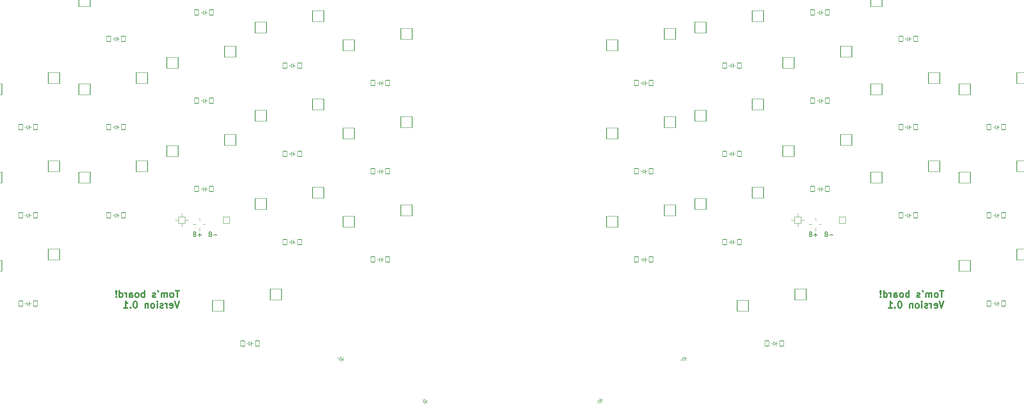
<source format=gbo>
%TF.GenerationSoftware,KiCad,Pcbnew,8.0.1*%
%TF.CreationDate,2024-04-22T06:21:47+12:00*%
%TF.ProjectId,main routed,6d61696e-2072-46f7-9574-65642e6b6963,v1.0.0*%
%TF.SameCoordinates,Original*%
%TF.FileFunction,Legend,Bot*%
%TF.FilePolarity,Positive*%
%FSLAX46Y46*%
G04 Gerber Fmt 4.6, Leading zero omitted, Abs format (unit mm)*
G04 Created by KiCad (PCBNEW 8.0.1) date 2024-04-22 06:21:47*
%MOMM*%
%LPD*%
G01*
G04 APERTURE LIST*
G04 Aperture macros list*
%AMRoundRect*
0 Rectangle with rounded corners*
0 $1 Rounding radius*
0 $2 $3 $4 $5 $6 $7 $8 $9 X,Y pos of 4 corners*
0 Add a 4 corners polygon primitive as box body*
4,1,4,$2,$3,$4,$5,$6,$7,$8,$9,$2,$3,0*
0 Add four circle primitives for the rounded corners*
1,1,$1+$1,$2,$3*
1,1,$1+$1,$4,$5*
1,1,$1+$1,$6,$7*
1,1,$1+$1,$8,$9*
0 Add four rect primitives between the rounded corners*
20,1,$1+$1,$2,$3,$4,$5,0*
20,1,$1+$1,$4,$5,$6,$7,0*
20,1,$1+$1,$6,$7,$8,$9,0*
20,1,$1+$1,$8,$9,$2,$3,0*%
G04 Aperture macros list end*
%ADD10C,0.300000*%
%ADD11C,0.150000*%
%ADD12C,0.100000*%
%ADD13C,1.100000*%
%ADD14C,1.801800*%
%ADD15C,3.100000*%
%ADD16C,4.087800*%
%ADD17RoundRect,0.050000X-1.275000X-1.250000X1.275000X-1.250000X1.275000X1.250000X-1.275000X1.250000X0*%
%ADD18RoundRect,0.050000X-0.296765X-1.760697X1.766228X-0.261845X0.296765X1.760697X-1.766228X0.261845X0*%
%ADD19C,1.497000*%
%ADD20RoundRect,0.050000X-0.826326X-1.582817X1.598868X-0.794824X0.826326X1.582817X-1.598868X0.794824X0*%
%ADD21RoundRect,0.050000X-1.598868X-0.794824X0.826326X-1.582817X1.598868X0.794824X-0.826326X1.582817X0*%
%ADD22RoundRect,0.050000X-0.750000X-0.750000X0.750000X-0.750000X0.750000X0.750000X-0.750000X0.750000X0*%
%ADD23O,2.850000X1.900000*%
%ADD24RoundRect,0.050000X-1.766228X-0.261845X0.296765X-1.760697X1.766228X0.261845X-0.296765X1.760697X0*%
%ADD25RoundRect,0.050000X0.450000X0.600000X-0.450000X0.600000X-0.450000X-0.600000X0.450000X-0.600000X0*%
%ADD26RoundRect,0.050000X0.242565X0.709692X-0.613386X0.431576X-0.242565X-0.709692X0.613386X-0.431576X0*%
%ADD27RoundRect,0.050000X0.011386X0.749914X-0.716729X0.220907X-0.011386X-0.749914X0.716729X-0.220907X0*%
%ADD28RoundRect,0.050000X0.613386X0.431576X-0.242565X0.709692X-0.613386X-0.431576X0.242565X-0.709692X0*%
%ADD29RoundRect,0.050000X0.716729X0.220907X-0.011386X0.749914X-0.716729X-0.220907X0.011386X-0.749914X0*%
G04 APERTURE END LIST*
D10*
X244159774Y-111885912D02*
X243302632Y-111885912D01*
X243731203Y-113385912D02*
X243731203Y-111885912D01*
X242588346Y-113385912D02*
X242731203Y-113314484D01*
X242731203Y-113314484D02*
X242802632Y-113243055D01*
X242802632Y-113243055D02*
X242874060Y-113100198D01*
X242874060Y-113100198D02*
X242874060Y-112671626D01*
X242874060Y-112671626D02*
X242802632Y-112528769D01*
X242802632Y-112528769D02*
X242731203Y-112457341D01*
X242731203Y-112457341D02*
X242588346Y-112385912D01*
X242588346Y-112385912D02*
X242374060Y-112385912D01*
X242374060Y-112385912D02*
X242231203Y-112457341D01*
X242231203Y-112457341D02*
X242159775Y-112528769D01*
X242159775Y-112528769D02*
X242088346Y-112671626D01*
X242088346Y-112671626D02*
X242088346Y-113100198D01*
X242088346Y-113100198D02*
X242159775Y-113243055D01*
X242159775Y-113243055D02*
X242231203Y-113314484D01*
X242231203Y-113314484D02*
X242374060Y-113385912D01*
X242374060Y-113385912D02*
X242588346Y-113385912D01*
X241445489Y-113385912D02*
X241445489Y-112385912D01*
X241445489Y-112528769D02*
X241374060Y-112457341D01*
X241374060Y-112457341D02*
X241231203Y-112385912D01*
X241231203Y-112385912D02*
X241016917Y-112385912D01*
X241016917Y-112385912D02*
X240874060Y-112457341D01*
X240874060Y-112457341D02*
X240802632Y-112600198D01*
X240802632Y-112600198D02*
X240802632Y-113385912D01*
X240802632Y-112600198D02*
X240731203Y-112457341D01*
X240731203Y-112457341D02*
X240588346Y-112385912D01*
X240588346Y-112385912D02*
X240374060Y-112385912D01*
X240374060Y-112385912D02*
X240231203Y-112457341D01*
X240231203Y-112457341D02*
X240159774Y-112600198D01*
X240159774Y-112600198D02*
X240159774Y-113385912D01*
X239374060Y-111885912D02*
X239516917Y-112171626D01*
X238802631Y-113314484D02*
X238659774Y-113385912D01*
X238659774Y-113385912D02*
X238374060Y-113385912D01*
X238374060Y-113385912D02*
X238231203Y-113314484D01*
X238231203Y-113314484D02*
X238159774Y-113171626D01*
X238159774Y-113171626D02*
X238159774Y-113100198D01*
X238159774Y-113100198D02*
X238231203Y-112957341D01*
X238231203Y-112957341D02*
X238374060Y-112885912D01*
X238374060Y-112885912D02*
X238588346Y-112885912D01*
X238588346Y-112885912D02*
X238731203Y-112814484D01*
X238731203Y-112814484D02*
X238802631Y-112671626D01*
X238802631Y-112671626D02*
X238802631Y-112600198D01*
X238802631Y-112600198D02*
X238731203Y-112457341D01*
X238731203Y-112457341D02*
X238588346Y-112385912D01*
X238588346Y-112385912D02*
X238374060Y-112385912D01*
X238374060Y-112385912D02*
X238231203Y-112457341D01*
X236374060Y-113385912D02*
X236374060Y-111885912D01*
X236374060Y-112457341D02*
X236231203Y-112385912D01*
X236231203Y-112385912D02*
X235945488Y-112385912D01*
X235945488Y-112385912D02*
X235802631Y-112457341D01*
X235802631Y-112457341D02*
X235731203Y-112528769D01*
X235731203Y-112528769D02*
X235659774Y-112671626D01*
X235659774Y-112671626D02*
X235659774Y-113100198D01*
X235659774Y-113100198D02*
X235731203Y-113243055D01*
X235731203Y-113243055D02*
X235802631Y-113314484D01*
X235802631Y-113314484D02*
X235945488Y-113385912D01*
X235945488Y-113385912D02*
X236231203Y-113385912D01*
X236231203Y-113385912D02*
X236374060Y-113314484D01*
X234802631Y-113385912D02*
X234945488Y-113314484D01*
X234945488Y-113314484D02*
X235016917Y-113243055D01*
X235016917Y-113243055D02*
X235088345Y-113100198D01*
X235088345Y-113100198D02*
X235088345Y-112671626D01*
X235088345Y-112671626D02*
X235016917Y-112528769D01*
X235016917Y-112528769D02*
X234945488Y-112457341D01*
X234945488Y-112457341D02*
X234802631Y-112385912D01*
X234802631Y-112385912D02*
X234588345Y-112385912D01*
X234588345Y-112385912D02*
X234445488Y-112457341D01*
X234445488Y-112457341D02*
X234374060Y-112528769D01*
X234374060Y-112528769D02*
X234302631Y-112671626D01*
X234302631Y-112671626D02*
X234302631Y-113100198D01*
X234302631Y-113100198D02*
X234374060Y-113243055D01*
X234374060Y-113243055D02*
X234445488Y-113314484D01*
X234445488Y-113314484D02*
X234588345Y-113385912D01*
X234588345Y-113385912D02*
X234802631Y-113385912D01*
X233016917Y-113385912D02*
X233016917Y-112600198D01*
X233016917Y-112600198D02*
X233088345Y-112457341D01*
X233088345Y-112457341D02*
X233231202Y-112385912D01*
X233231202Y-112385912D02*
X233516917Y-112385912D01*
X233516917Y-112385912D02*
X233659774Y-112457341D01*
X233016917Y-113314484D02*
X233159774Y-113385912D01*
X233159774Y-113385912D02*
X233516917Y-113385912D01*
X233516917Y-113385912D02*
X233659774Y-113314484D01*
X233659774Y-113314484D02*
X233731202Y-113171626D01*
X233731202Y-113171626D02*
X233731202Y-113028769D01*
X233731202Y-113028769D02*
X233659774Y-112885912D01*
X233659774Y-112885912D02*
X233516917Y-112814484D01*
X233516917Y-112814484D02*
X233159774Y-112814484D01*
X233159774Y-112814484D02*
X233016917Y-112743055D01*
X232302631Y-113385912D02*
X232302631Y-112385912D01*
X232302631Y-112671626D02*
X232231202Y-112528769D01*
X232231202Y-112528769D02*
X232159774Y-112457341D01*
X232159774Y-112457341D02*
X232016916Y-112385912D01*
X232016916Y-112385912D02*
X231874059Y-112385912D01*
X230731203Y-113385912D02*
X230731203Y-111885912D01*
X230731203Y-113314484D02*
X230874060Y-113385912D01*
X230874060Y-113385912D02*
X231159774Y-113385912D01*
X231159774Y-113385912D02*
X231302631Y-113314484D01*
X231302631Y-113314484D02*
X231374060Y-113243055D01*
X231374060Y-113243055D02*
X231445488Y-113100198D01*
X231445488Y-113100198D02*
X231445488Y-112671626D01*
X231445488Y-112671626D02*
X231374060Y-112528769D01*
X231374060Y-112528769D02*
X231302631Y-112457341D01*
X231302631Y-112457341D02*
X231159774Y-112385912D01*
X231159774Y-112385912D02*
X230874060Y-112385912D01*
X230874060Y-112385912D02*
X230731203Y-112457341D01*
X230016917Y-113243055D02*
X229945488Y-113314484D01*
X229945488Y-113314484D02*
X230016917Y-113385912D01*
X230016917Y-113385912D02*
X230088345Y-113314484D01*
X230088345Y-113314484D02*
X230016917Y-113243055D01*
X230016917Y-113243055D02*
X230016917Y-113385912D01*
X230016917Y-112814484D02*
X230088345Y-111957341D01*
X230088345Y-111957341D02*
X230016917Y-111885912D01*
X230016917Y-111885912D02*
X229945488Y-111957341D01*
X229945488Y-111957341D02*
X230016917Y-112814484D01*
X230016917Y-112814484D02*
X230016917Y-111885912D01*
X244159774Y-114300828D02*
X243659774Y-115800828D01*
X243659774Y-115800828D02*
X243159774Y-114300828D01*
X242088346Y-115729400D02*
X242231203Y-115800828D01*
X242231203Y-115800828D02*
X242516918Y-115800828D01*
X242516918Y-115800828D02*
X242659775Y-115729400D01*
X242659775Y-115729400D02*
X242731203Y-115586542D01*
X242731203Y-115586542D02*
X242731203Y-115015114D01*
X242731203Y-115015114D02*
X242659775Y-114872257D01*
X242659775Y-114872257D02*
X242516918Y-114800828D01*
X242516918Y-114800828D02*
X242231203Y-114800828D01*
X242231203Y-114800828D02*
X242088346Y-114872257D01*
X242088346Y-114872257D02*
X242016918Y-115015114D01*
X242016918Y-115015114D02*
X242016918Y-115157971D01*
X242016918Y-115157971D02*
X242731203Y-115300828D01*
X241374061Y-115800828D02*
X241374061Y-114800828D01*
X241374061Y-115086542D02*
X241302632Y-114943685D01*
X241302632Y-114943685D02*
X241231204Y-114872257D01*
X241231204Y-114872257D02*
X241088346Y-114800828D01*
X241088346Y-114800828D02*
X240945489Y-114800828D01*
X240516918Y-115729400D02*
X240374061Y-115800828D01*
X240374061Y-115800828D02*
X240088347Y-115800828D01*
X240088347Y-115800828D02*
X239945490Y-115729400D01*
X239945490Y-115729400D02*
X239874061Y-115586542D01*
X239874061Y-115586542D02*
X239874061Y-115515114D01*
X239874061Y-115515114D02*
X239945490Y-115372257D01*
X239945490Y-115372257D02*
X240088347Y-115300828D01*
X240088347Y-115300828D02*
X240302633Y-115300828D01*
X240302633Y-115300828D02*
X240445490Y-115229400D01*
X240445490Y-115229400D02*
X240516918Y-115086542D01*
X240516918Y-115086542D02*
X240516918Y-115015114D01*
X240516918Y-115015114D02*
X240445490Y-114872257D01*
X240445490Y-114872257D02*
X240302633Y-114800828D01*
X240302633Y-114800828D02*
X240088347Y-114800828D01*
X240088347Y-114800828D02*
X239945490Y-114872257D01*
X239231204Y-115800828D02*
X239231204Y-114800828D01*
X239231204Y-114300828D02*
X239302632Y-114372257D01*
X239302632Y-114372257D02*
X239231204Y-114443685D01*
X239231204Y-114443685D02*
X239159775Y-114372257D01*
X239159775Y-114372257D02*
X239231204Y-114300828D01*
X239231204Y-114300828D02*
X239231204Y-114443685D01*
X238302632Y-115800828D02*
X238445489Y-115729400D01*
X238445489Y-115729400D02*
X238516918Y-115657971D01*
X238516918Y-115657971D02*
X238588346Y-115515114D01*
X238588346Y-115515114D02*
X238588346Y-115086542D01*
X238588346Y-115086542D02*
X238516918Y-114943685D01*
X238516918Y-114943685D02*
X238445489Y-114872257D01*
X238445489Y-114872257D02*
X238302632Y-114800828D01*
X238302632Y-114800828D02*
X238088346Y-114800828D01*
X238088346Y-114800828D02*
X237945489Y-114872257D01*
X237945489Y-114872257D02*
X237874061Y-114943685D01*
X237874061Y-114943685D02*
X237802632Y-115086542D01*
X237802632Y-115086542D02*
X237802632Y-115515114D01*
X237802632Y-115515114D02*
X237874061Y-115657971D01*
X237874061Y-115657971D02*
X237945489Y-115729400D01*
X237945489Y-115729400D02*
X238088346Y-115800828D01*
X238088346Y-115800828D02*
X238302632Y-115800828D01*
X237159775Y-114800828D02*
X237159775Y-115800828D01*
X237159775Y-114943685D02*
X237088346Y-114872257D01*
X237088346Y-114872257D02*
X236945489Y-114800828D01*
X236945489Y-114800828D02*
X236731203Y-114800828D01*
X236731203Y-114800828D02*
X236588346Y-114872257D01*
X236588346Y-114872257D02*
X236516918Y-115015114D01*
X236516918Y-115015114D02*
X236516918Y-115800828D01*
X234374060Y-114300828D02*
X234231203Y-114300828D01*
X234231203Y-114300828D02*
X234088346Y-114372257D01*
X234088346Y-114372257D02*
X234016918Y-114443685D01*
X234016918Y-114443685D02*
X233945489Y-114586542D01*
X233945489Y-114586542D02*
X233874060Y-114872257D01*
X233874060Y-114872257D02*
X233874060Y-115229400D01*
X233874060Y-115229400D02*
X233945489Y-115515114D01*
X233945489Y-115515114D02*
X234016918Y-115657971D01*
X234016918Y-115657971D02*
X234088346Y-115729400D01*
X234088346Y-115729400D02*
X234231203Y-115800828D01*
X234231203Y-115800828D02*
X234374060Y-115800828D01*
X234374060Y-115800828D02*
X234516918Y-115729400D01*
X234516918Y-115729400D02*
X234588346Y-115657971D01*
X234588346Y-115657971D02*
X234659775Y-115515114D01*
X234659775Y-115515114D02*
X234731203Y-115229400D01*
X234731203Y-115229400D02*
X234731203Y-114872257D01*
X234731203Y-114872257D02*
X234659775Y-114586542D01*
X234659775Y-114586542D02*
X234588346Y-114443685D01*
X234588346Y-114443685D02*
X234516918Y-114372257D01*
X234516918Y-114372257D02*
X234374060Y-114300828D01*
X233231204Y-115657971D02*
X233159775Y-115729400D01*
X233159775Y-115729400D02*
X233231204Y-115800828D01*
X233231204Y-115800828D02*
X233302632Y-115729400D01*
X233302632Y-115729400D02*
X233231204Y-115657971D01*
X233231204Y-115657971D02*
X233231204Y-115800828D01*
X231731203Y-115800828D02*
X232588346Y-115800828D01*
X232159775Y-115800828D02*
X232159775Y-114300828D01*
X232159775Y-114300828D02*
X232302632Y-114515114D01*
X232302632Y-114515114D02*
X232445489Y-114657971D01*
X232445489Y-114657971D02*
X232588346Y-114729400D01*
X72659774Y-111885912D02*
X71802632Y-111885912D01*
X72231203Y-113385912D02*
X72231203Y-111885912D01*
X71088346Y-113385912D02*
X71231203Y-113314484D01*
X71231203Y-113314484D02*
X71302632Y-113243055D01*
X71302632Y-113243055D02*
X71374060Y-113100198D01*
X71374060Y-113100198D02*
X71374060Y-112671626D01*
X71374060Y-112671626D02*
X71302632Y-112528769D01*
X71302632Y-112528769D02*
X71231203Y-112457341D01*
X71231203Y-112457341D02*
X71088346Y-112385912D01*
X71088346Y-112385912D02*
X70874060Y-112385912D01*
X70874060Y-112385912D02*
X70731203Y-112457341D01*
X70731203Y-112457341D02*
X70659775Y-112528769D01*
X70659775Y-112528769D02*
X70588346Y-112671626D01*
X70588346Y-112671626D02*
X70588346Y-113100198D01*
X70588346Y-113100198D02*
X70659775Y-113243055D01*
X70659775Y-113243055D02*
X70731203Y-113314484D01*
X70731203Y-113314484D02*
X70874060Y-113385912D01*
X70874060Y-113385912D02*
X71088346Y-113385912D01*
X69945489Y-113385912D02*
X69945489Y-112385912D01*
X69945489Y-112528769D02*
X69874060Y-112457341D01*
X69874060Y-112457341D02*
X69731203Y-112385912D01*
X69731203Y-112385912D02*
X69516917Y-112385912D01*
X69516917Y-112385912D02*
X69374060Y-112457341D01*
X69374060Y-112457341D02*
X69302632Y-112600198D01*
X69302632Y-112600198D02*
X69302632Y-113385912D01*
X69302632Y-112600198D02*
X69231203Y-112457341D01*
X69231203Y-112457341D02*
X69088346Y-112385912D01*
X69088346Y-112385912D02*
X68874060Y-112385912D01*
X68874060Y-112385912D02*
X68731203Y-112457341D01*
X68731203Y-112457341D02*
X68659774Y-112600198D01*
X68659774Y-112600198D02*
X68659774Y-113385912D01*
X67874060Y-111885912D02*
X68016917Y-112171626D01*
X67302631Y-113314484D02*
X67159774Y-113385912D01*
X67159774Y-113385912D02*
X66874060Y-113385912D01*
X66874060Y-113385912D02*
X66731203Y-113314484D01*
X66731203Y-113314484D02*
X66659774Y-113171626D01*
X66659774Y-113171626D02*
X66659774Y-113100198D01*
X66659774Y-113100198D02*
X66731203Y-112957341D01*
X66731203Y-112957341D02*
X66874060Y-112885912D01*
X66874060Y-112885912D02*
X67088346Y-112885912D01*
X67088346Y-112885912D02*
X67231203Y-112814484D01*
X67231203Y-112814484D02*
X67302631Y-112671626D01*
X67302631Y-112671626D02*
X67302631Y-112600198D01*
X67302631Y-112600198D02*
X67231203Y-112457341D01*
X67231203Y-112457341D02*
X67088346Y-112385912D01*
X67088346Y-112385912D02*
X66874060Y-112385912D01*
X66874060Y-112385912D02*
X66731203Y-112457341D01*
X64874060Y-113385912D02*
X64874060Y-111885912D01*
X64874060Y-112457341D02*
X64731203Y-112385912D01*
X64731203Y-112385912D02*
X64445488Y-112385912D01*
X64445488Y-112385912D02*
X64302631Y-112457341D01*
X64302631Y-112457341D02*
X64231203Y-112528769D01*
X64231203Y-112528769D02*
X64159774Y-112671626D01*
X64159774Y-112671626D02*
X64159774Y-113100198D01*
X64159774Y-113100198D02*
X64231203Y-113243055D01*
X64231203Y-113243055D02*
X64302631Y-113314484D01*
X64302631Y-113314484D02*
X64445488Y-113385912D01*
X64445488Y-113385912D02*
X64731203Y-113385912D01*
X64731203Y-113385912D02*
X64874060Y-113314484D01*
X63302631Y-113385912D02*
X63445488Y-113314484D01*
X63445488Y-113314484D02*
X63516917Y-113243055D01*
X63516917Y-113243055D02*
X63588345Y-113100198D01*
X63588345Y-113100198D02*
X63588345Y-112671626D01*
X63588345Y-112671626D02*
X63516917Y-112528769D01*
X63516917Y-112528769D02*
X63445488Y-112457341D01*
X63445488Y-112457341D02*
X63302631Y-112385912D01*
X63302631Y-112385912D02*
X63088345Y-112385912D01*
X63088345Y-112385912D02*
X62945488Y-112457341D01*
X62945488Y-112457341D02*
X62874060Y-112528769D01*
X62874060Y-112528769D02*
X62802631Y-112671626D01*
X62802631Y-112671626D02*
X62802631Y-113100198D01*
X62802631Y-113100198D02*
X62874060Y-113243055D01*
X62874060Y-113243055D02*
X62945488Y-113314484D01*
X62945488Y-113314484D02*
X63088345Y-113385912D01*
X63088345Y-113385912D02*
X63302631Y-113385912D01*
X61516917Y-113385912D02*
X61516917Y-112600198D01*
X61516917Y-112600198D02*
X61588345Y-112457341D01*
X61588345Y-112457341D02*
X61731202Y-112385912D01*
X61731202Y-112385912D02*
X62016917Y-112385912D01*
X62016917Y-112385912D02*
X62159774Y-112457341D01*
X61516917Y-113314484D02*
X61659774Y-113385912D01*
X61659774Y-113385912D02*
X62016917Y-113385912D01*
X62016917Y-113385912D02*
X62159774Y-113314484D01*
X62159774Y-113314484D02*
X62231202Y-113171626D01*
X62231202Y-113171626D02*
X62231202Y-113028769D01*
X62231202Y-113028769D02*
X62159774Y-112885912D01*
X62159774Y-112885912D02*
X62016917Y-112814484D01*
X62016917Y-112814484D02*
X61659774Y-112814484D01*
X61659774Y-112814484D02*
X61516917Y-112743055D01*
X60802631Y-113385912D02*
X60802631Y-112385912D01*
X60802631Y-112671626D02*
X60731202Y-112528769D01*
X60731202Y-112528769D02*
X60659774Y-112457341D01*
X60659774Y-112457341D02*
X60516916Y-112385912D01*
X60516916Y-112385912D02*
X60374059Y-112385912D01*
X59231203Y-113385912D02*
X59231203Y-111885912D01*
X59231203Y-113314484D02*
X59374060Y-113385912D01*
X59374060Y-113385912D02*
X59659774Y-113385912D01*
X59659774Y-113385912D02*
X59802631Y-113314484D01*
X59802631Y-113314484D02*
X59874060Y-113243055D01*
X59874060Y-113243055D02*
X59945488Y-113100198D01*
X59945488Y-113100198D02*
X59945488Y-112671626D01*
X59945488Y-112671626D02*
X59874060Y-112528769D01*
X59874060Y-112528769D02*
X59802631Y-112457341D01*
X59802631Y-112457341D02*
X59659774Y-112385912D01*
X59659774Y-112385912D02*
X59374060Y-112385912D01*
X59374060Y-112385912D02*
X59231203Y-112457341D01*
X58516917Y-113243055D02*
X58445488Y-113314484D01*
X58445488Y-113314484D02*
X58516917Y-113385912D01*
X58516917Y-113385912D02*
X58588345Y-113314484D01*
X58588345Y-113314484D02*
X58516917Y-113243055D01*
X58516917Y-113243055D02*
X58516917Y-113385912D01*
X58516917Y-112814484D02*
X58588345Y-111957341D01*
X58588345Y-111957341D02*
X58516917Y-111885912D01*
X58516917Y-111885912D02*
X58445488Y-111957341D01*
X58445488Y-111957341D02*
X58516917Y-112814484D01*
X58516917Y-112814484D02*
X58516917Y-111885912D01*
X72659774Y-114300828D02*
X72159774Y-115800828D01*
X72159774Y-115800828D02*
X71659774Y-114300828D01*
X70588346Y-115729400D02*
X70731203Y-115800828D01*
X70731203Y-115800828D02*
X71016918Y-115800828D01*
X71016918Y-115800828D02*
X71159775Y-115729400D01*
X71159775Y-115729400D02*
X71231203Y-115586542D01*
X71231203Y-115586542D02*
X71231203Y-115015114D01*
X71231203Y-115015114D02*
X71159775Y-114872257D01*
X71159775Y-114872257D02*
X71016918Y-114800828D01*
X71016918Y-114800828D02*
X70731203Y-114800828D01*
X70731203Y-114800828D02*
X70588346Y-114872257D01*
X70588346Y-114872257D02*
X70516918Y-115015114D01*
X70516918Y-115015114D02*
X70516918Y-115157971D01*
X70516918Y-115157971D02*
X71231203Y-115300828D01*
X69874061Y-115800828D02*
X69874061Y-114800828D01*
X69874061Y-115086542D02*
X69802632Y-114943685D01*
X69802632Y-114943685D02*
X69731204Y-114872257D01*
X69731204Y-114872257D02*
X69588346Y-114800828D01*
X69588346Y-114800828D02*
X69445489Y-114800828D01*
X69016918Y-115729400D02*
X68874061Y-115800828D01*
X68874061Y-115800828D02*
X68588347Y-115800828D01*
X68588347Y-115800828D02*
X68445490Y-115729400D01*
X68445490Y-115729400D02*
X68374061Y-115586542D01*
X68374061Y-115586542D02*
X68374061Y-115515114D01*
X68374061Y-115515114D02*
X68445490Y-115372257D01*
X68445490Y-115372257D02*
X68588347Y-115300828D01*
X68588347Y-115300828D02*
X68802633Y-115300828D01*
X68802633Y-115300828D02*
X68945490Y-115229400D01*
X68945490Y-115229400D02*
X69016918Y-115086542D01*
X69016918Y-115086542D02*
X69016918Y-115015114D01*
X69016918Y-115015114D02*
X68945490Y-114872257D01*
X68945490Y-114872257D02*
X68802633Y-114800828D01*
X68802633Y-114800828D02*
X68588347Y-114800828D01*
X68588347Y-114800828D02*
X68445490Y-114872257D01*
X67731204Y-115800828D02*
X67731204Y-114800828D01*
X67731204Y-114300828D02*
X67802632Y-114372257D01*
X67802632Y-114372257D02*
X67731204Y-114443685D01*
X67731204Y-114443685D02*
X67659775Y-114372257D01*
X67659775Y-114372257D02*
X67731204Y-114300828D01*
X67731204Y-114300828D02*
X67731204Y-114443685D01*
X66802632Y-115800828D02*
X66945489Y-115729400D01*
X66945489Y-115729400D02*
X67016918Y-115657971D01*
X67016918Y-115657971D02*
X67088346Y-115515114D01*
X67088346Y-115515114D02*
X67088346Y-115086542D01*
X67088346Y-115086542D02*
X67016918Y-114943685D01*
X67016918Y-114943685D02*
X66945489Y-114872257D01*
X66945489Y-114872257D02*
X66802632Y-114800828D01*
X66802632Y-114800828D02*
X66588346Y-114800828D01*
X66588346Y-114800828D02*
X66445489Y-114872257D01*
X66445489Y-114872257D02*
X66374061Y-114943685D01*
X66374061Y-114943685D02*
X66302632Y-115086542D01*
X66302632Y-115086542D02*
X66302632Y-115515114D01*
X66302632Y-115515114D02*
X66374061Y-115657971D01*
X66374061Y-115657971D02*
X66445489Y-115729400D01*
X66445489Y-115729400D02*
X66588346Y-115800828D01*
X66588346Y-115800828D02*
X66802632Y-115800828D01*
X65659775Y-114800828D02*
X65659775Y-115800828D01*
X65659775Y-114943685D02*
X65588346Y-114872257D01*
X65588346Y-114872257D02*
X65445489Y-114800828D01*
X65445489Y-114800828D02*
X65231203Y-114800828D01*
X65231203Y-114800828D02*
X65088346Y-114872257D01*
X65088346Y-114872257D02*
X65016918Y-115015114D01*
X65016918Y-115015114D02*
X65016918Y-115800828D01*
X62874060Y-114300828D02*
X62731203Y-114300828D01*
X62731203Y-114300828D02*
X62588346Y-114372257D01*
X62588346Y-114372257D02*
X62516918Y-114443685D01*
X62516918Y-114443685D02*
X62445489Y-114586542D01*
X62445489Y-114586542D02*
X62374060Y-114872257D01*
X62374060Y-114872257D02*
X62374060Y-115229400D01*
X62374060Y-115229400D02*
X62445489Y-115515114D01*
X62445489Y-115515114D02*
X62516918Y-115657971D01*
X62516918Y-115657971D02*
X62588346Y-115729400D01*
X62588346Y-115729400D02*
X62731203Y-115800828D01*
X62731203Y-115800828D02*
X62874060Y-115800828D01*
X62874060Y-115800828D02*
X63016918Y-115729400D01*
X63016918Y-115729400D02*
X63088346Y-115657971D01*
X63088346Y-115657971D02*
X63159775Y-115515114D01*
X63159775Y-115515114D02*
X63231203Y-115229400D01*
X63231203Y-115229400D02*
X63231203Y-114872257D01*
X63231203Y-114872257D02*
X63159775Y-114586542D01*
X63159775Y-114586542D02*
X63088346Y-114443685D01*
X63088346Y-114443685D02*
X63016918Y-114372257D01*
X63016918Y-114372257D02*
X62874060Y-114300828D01*
X61731204Y-115657971D02*
X61659775Y-115729400D01*
X61659775Y-115729400D02*
X61731204Y-115800828D01*
X61731204Y-115800828D02*
X61802632Y-115729400D01*
X61802632Y-115729400D02*
X61731204Y-115657971D01*
X61731204Y-115657971D02*
X61731204Y-115800828D01*
X60231203Y-115800828D02*
X61088346Y-115800828D01*
X60659775Y-115800828D02*
X60659775Y-114300828D01*
X60659775Y-114300828D02*
X60802632Y-114515114D01*
X60802632Y-114515114D02*
X60945489Y-114657971D01*
X60945489Y-114657971D02*
X61088346Y-114729400D01*
D11*
X217872381Y-99211009D02*
X218015238Y-99258628D01*
X218015238Y-99258628D02*
X218062857Y-99306247D01*
X218062857Y-99306247D02*
X218110476Y-99401485D01*
X218110476Y-99401485D02*
X218110476Y-99544342D01*
X218110476Y-99544342D02*
X218062857Y-99639580D01*
X218062857Y-99639580D02*
X218015238Y-99687200D01*
X218015238Y-99687200D02*
X217920000Y-99734819D01*
X217920000Y-99734819D02*
X217539048Y-99734819D01*
X217539048Y-99734819D02*
X217539048Y-98734819D01*
X217539048Y-98734819D02*
X217872381Y-98734819D01*
X217872381Y-98734819D02*
X217967619Y-98782438D01*
X217967619Y-98782438D02*
X218015238Y-98830057D01*
X218015238Y-98830057D02*
X218062857Y-98925295D01*
X218062857Y-98925295D02*
X218062857Y-99020533D01*
X218062857Y-99020533D02*
X218015238Y-99115771D01*
X218015238Y-99115771D02*
X217967619Y-99163390D01*
X217967619Y-99163390D02*
X217872381Y-99211009D01*
X217872381Y-99211009D02*
X217539048Y-99211009D01*
X218539048Y-99353866D02*
X219300953Y-99353866D01*
X214372381Y-99211009D02*
X214515238Y-99258628D01*
X214515238Y-99258628D02*
X214562857Y-99306247D01*
X214562857Y-99306247D02*
X214610476Y-99401485D01*
X214610476Y-99401485D02*
X214610476Y-99544342D01*
X214610476Y-99544342D02*
X214562857Y-99639580D01*
X214562857Y-99639580D02*
X214515238Y-99687200D01*
X214515238Y-99687200D02*
X214420000Y-99734819D01*
X214420000Y-99734819D02*
X214039048Y-99734819D01*
X214039048Y-99734819D02*
X214039048Y-98734819D01*
X214039048Y-98734819D02*
X214372381Y-98734819D01*
X214372381Y-98734819D02*
X214467619Y-98782438D01*
X214467619Y-98782438D02*
X214515238Y-98830057D01*
X214515238Y-98830057D02*
X214562857Y-98925295D01*
X214562857Y-98925295D02*
X214562857Y-99020533D01*
X214562857Y-99020533D02*
X214515238Y-99115771D01*
X214515238Y-99115771D02*
X214467619Y-99163390D01*
X214467619Y-99163390D02*
X214372381Y-99211009D01*
X214372381Y-99211009D02*
X214039048Y-99211009D01*
X215039048Y-99353866D02*
X215800953Y-99353866D01*
X215420000Y-99734819D02*
X215420000Y-98972914D01*
X76204638Y-99211009D02*
X76347495Y-99258628D01*
X76347495Y-99258628D02*
X76395114Y-99306247D01*
X76395114Y-99306247D02*
X76442733Y-99401485D01*
X76442733Y-99401485D02*
X76442733Y-99544342D01*
X76442733Y-99544342D02*
X76395114Y-99639580D01*
X76395114Y-99639580D02*
X76347495Y-99687200D01*
X76347495Y-99687200D02*
X76252257Y-99734819D01*
X76252257Y-99734819D02*
X75871305Y-99734819D01*
X75871305Y-99734819D02*
X75871305Y-98734819D01*
X75871305Y-98734819D02*
X76204638Y-98734819D01*
X76204638Y-98734819D02*
X76299876Y-98782438D01*
X76299876Y-98782438D02*
X76347495Y-98830057D01*
X76347495Y-98830057D02*
X76395114Y-98925295D01*
X76395114Y-98925295D02*
X76395114Y-99020533D01*
X76395114Y-99020533D02*
X76347495Y-99115771D01*
X76347495Y-99115771D02*
X76299876Y-99163390D01*
X76299876Y-99163390D02*
X76204638Y-99211009D01*
X76204638Y-99211009D02*
X75871305Y-99211009D01*
X76871305Y-99353866D02*
X77633210Y-99353866D01*
X77252257Y-99734819D02*
X77252257Y-98972914D01*
X79704638Y-99211009D02*
X79847495Y-99258628D01*
X79847495Y-99258628D02*
X79895114Y-99306247D01*
X79895114Y-99306247D02*
X79942733Y-99401485D01*
X79942733Y-99401485D02*
X79942733Y-99544342D01*
X79942733Y-99544342D02*
X79895114Y-99639580D01*
X79895114Y-99639580D02*
X79847495Y-99687200D01*
X79847495Y-99687200D02*
X79752257Y-99734819D01*
X79752257Y-99734819D02*
X79371305Y-99734819D01*
X79371305Y-99734819D02*
X79371305Y-98734819D01*
X79371305Y-98734819D02*
X79704638Y-98734819D01*
X79704638Y-98734819D02*
X79799876Y-98782438D01*
X79799876Y-98782438D02*
X79847495Y-98830057D01*
X79847495Y-98830057D02*
X79895114Y-98925295D01*
X79895114Y-98925295D02*
X79895114Y-99020533D01*
X79895114Y-99020533D02*
X79847495Y-99115771D01*
X79847495Y-99115771D02*
X79799876Y-99163390D01*
X79799876Y-99163390D02*
X79704638Y-99211009D01*
X79704638Y-99211009D02*
X79371305Y-99211009D01*
X80371305Y-99353866D02*
X81133210Y-99353866D01*
D12*
%TO.C,BATTPAD4*%
X213920000Y-97030000D02*
X216920000Y-97030000D01*
X215420000Y-95530000D02*
X215420000Y-98530000D01*
%TO.C,BATTPAD1*%
X71752257Y-96030000D02*
X74752257Y-96030000D01*
X73252257Y-94530000D02*
X73252257Y-97530000D01*
%TO.C,BATTPAD2*%
X75752257Y-97030000D02*
X78752257Y-97030000D01*
X77252257Y-95530000D02*
X77252257Y-98530000D01*
%TO.C,BATTPAD3*%
X209920000Y-96030000D02*
X212920000Y-96030000D01*
X211420000Y-94530000D02*
X211420000Y-97530000D01*
%TO.C,D25*%
X216170000Y-88667600D02*
X216770000Y-89067600D01*
X216170000Y-89067600D02*
X215670000Y-89067600D01*
X216170000Y-89467600D02*
X216170000Y-88667600D01*
X216770000Y-89067600D02*
X216170000Y-89467600D01*
X216770000Y-89067600D02*
X216770000Y-88517600D01*
X216770000Y-89067600D02*
X216770000Y-89617600D01*
X217170000Y-89067600D02*
X216770000Y-89067600D01*
%TO.C,D35*%
X185411853Y-126917249D02*
X186106094Y-127112261D01*
X185535460Y-127297671D02*
X185059932Y-127452180D01*
X185659067Y-127678094D02*
X185411853Y-126917249D01*
X186106094Y-127112261D02*
X185659067Y-127678094D01*
X186106094Y-127112261D02*
X185936134Y-126589180D01*
X186106094Y-127112261D02*
X186276053Y-127635342D01*
X186486516Y-126988654D02*
X186106094Y-127112261D01*
%TO.C,D12*%
X97762257Y-60930800D02*
X98362257Y-61330800D01*
X97762257Y-61330800D02*
X97262257Y-61330800D01*
X97762257Y-61730800D02*
X97762257Y-60930800D01*
X98362257Y-61330800D02*
X97762257Y-61730800D01*
X98362257Y-61330800D02*
X98362257Y-60780800D01*
X98362257Y-61330800D02*
X98362257Y-61880800D01*
X98762257Y-61330800D02*
X98362257Y-61330800D01*
%TO.C,D23*%
X235930000Y-74799200D02*
X236530000Y-75199200D01*
X235930000Y-75199200D02*
X235430000Y-75199200D01*
X235930000Y-75599200D02*
X235930000Y-74799200D01*
X236530000Y-75199200D02*
X235930000Y-75599200D01*
X236530000Y-75199200D02*
X236530000Y-74649200D01*
X236530000Y-75199200D02*
X236530000Y-75749200D01*
X236930000Y-75199200D02*
X236530000Y-75199200D01*
%TO.C,D26*%
X216170000Y-68855600D02*
X216770000Y-69255600D01*
X216170000Y-69255600D02*
X215670000Y-69255600D01*
X216170000Y-69655600D02*
X216170000Y-68855600D01*
X216770000Y-69255600D02*
X216170000Y-69655600D01*
X216770000Y-69255600D02*
X216770000Y-68705600D01*
X216770000Y-69255600D02*
X216770000Y-69805600D01*
X217170000Y-69255600D02*
X216770000Y-69255600D01*
%TO.C,D21*%
X255690000Y-74799200D02*
X256290000Y-75199200D01*
X255690000Y-75199200D02*
X255190000Y-75199200D01*
X255690000Y-75599200D02*
X255690000Y-74799200D01*
X256290000Y-75199200D02*
X255690000Y-75599200D01*
X256290000Y-75199200D02*
X256290000Y-74649200D01*
X256290000Y-75199200D02*
X256290000Y-75749200D01*
X256690000Y-75199200D02*
X256290000Y-75199200D01*
%TO.C,D13*%
X117522257Y-104517200D02*
X118122257Y-104917200D01*
X117522257Y-104917200D02*
X117022257Y-104917200D01*
X117522257Y-105317200D02*
X117522257Y-104517200D01*
X118122257Y-104917200D02*
X117522257Y-105317200D01*
X118122257Y-104917200D02*
X118122257Y-104367200D01*
X118122257Y-104917200D02*
X118122257Y-105467200D01*
X118522257Y-104917200D02*
X118122257Y-104917200D01*
%TO.C,D7*%
X78002257Y-88667600D02*
X78602257Y-89067600D01*
X78002257Y-89067600D02*
X77502257Y-89067600D01*
X78002257Y-89467600D02*
X78002257Y-88667600D01*
X78602257Y-89067600D02*
X78002257Y-89467600D01*
X78602257Y-89067600D02*
X78602257Y-88517600D01*
X78602257Y-89067600D02*
X78602257Y-89617600D01*
X79002257Y-89067600D02*
X78602257Y-89067600D01*
%TO.C,D36*%
X166542321Y-136499539D02*
X167262845Y-136470474D01*
X166777435Y-136823145D02*
X166372926Y-137117038D01*
X167012549Y-137146752D02*
X166542321Y-136499539D01*
X167262845Y-136470474D02*
X166939563Y-136025515D01*
X167262845Y-136470474D02*
X167012549Y-137146752D01*
X167262845Y-136470474D02*
X167586127Y-136915434D01*
X167586452Y-136235360D02*
X167262845Y-136470474D01*
%TO.C,D34*%
X205910000Y-123366800D02*
X206510000Y-123766800D01*
X205910000Y-123766800D02*
X205410000Y-123766800D01*
X205910000Y-124166800D02*
X205910000Y-123366800D01*
X206510000Y-123766800D02*
X205910000Y-124166800D01*
X206510000Y-123766800D02*
X206510000Y-123216800D01*
X206510000Y-123766800D02*
X206510000Y-124316800D01*
X206910000Y-123766800D02*
X206510000Y-123766800D01*
%TO.C,D17*%
X108537663Y-127523585D02*
X108784877Y-126762740D01*
X108661270Y-127143163D02*
X108185742Y-126988654D01*
X108784877Y-126762740D02*
X109231904Y-127328573D01*
X109231904Y-127328573D02*
X108537663Y-127523585D01*
X109231904Y-127328573D02*
X109061944Y-127851654D01*
X109231904Y-127328573D02*
X109401863Y-126805492D01*
X109612326Y-127452180D02*
X109231904Y-127328573D01*
%TO.C,D28*%
X196410000Y-100554800D02*
X197010000Y-100954800D01*
X196410000Y-100954800D02*
X195910000Y-100954800D01*
X196410000Y-101354800D02*
X196410000Y-100554800D01*
X197010000Y-100954800D02*
X196410000Y-101354800D01*
X197010000Y-100954800D02*
X197010000Y-100404800D01*
X197010000Y-100954800D02*
X197010000Y-101504800D01*
X197410000Y-100954800D02*
X197010000Y-100954800D01*
%TO.C,D27*%
X216170000Y-49043600D02*
X216770000Y-49443600D01*
X216170000Y-49443600D02*
X215670000Y-49443600D01*
X216170000Y-49843600D02*
X216170000Y-49043600D01*
X216770000Y-49443600D02*
X216170000Y-49843600D01*
X216770000Y-49443600D02*
X216770000Y-48893600D01*
X216770000Y-49443600D02*
X216770000Y-49993600D01*
X217170000Y-49443600D02*
X216770000Y-49443600D01*
%TO.C,D33*%
X176650000Y-64893200D02*
X177250000Y-65293200D01*
X176650000Y-65293200D02*
X176150000Y-65293200D01*
X176650000Y-65693200D02*
X176650000Y-64893200D01*
X177250000Y-65293200D02*
X176650000Y-65693200D01*
X177250000Y-65293200D02*
X177250000Y-64743200D01*
X177250000Y-65293200D02*
X177250000Y-65843200D01*
X177650000Y-65293200D02*
X177250000Y-65293200D01*
%TO.C,D20*%
X255690000Y-94611200D02*
X256290000Y-95011200D01*
X255690000Y-95011200D02*
X255190000Y-95011200D01*
X255690000Y-95411200D02*
X255690000Y-94611200D01*
X256290000Y-95011200D02*
X255690000Y-95411200D01*
X256290000Y-95011200D02*
X256290000Y-94461200D01*
X256290000Y-95011200D02*
X256290000Y-95561200D01*
X256690000Y-95011200D02*
X256290000Y-95011200D01*
%TO.C,D2*%
X38482257Y-94611200D02*
X39082257Y-95011200D01*
X38482257Y-95011200D02*
X37982257Y-95011200D01*
X38482257Y-95411200D02*
X38482257Y-94611200D01*
X39082257Y-95011200D02*
X38482257Y-95411200D01*
X39082257Y-95011200D02*
X39082257Y-94461200D01*
X39082257Y-95011200D02*
X39082257Y-95561200D01*
X39482257Y-95011200D02*
X39082257Y-95011200D01*
%TO.C,D8*%
X78002257Y-68855600D02*
X78602257Y-69255600D01*
X78002257Y-69255600D02*
X77502257Y-69255600D01*
X78002257Y-69655600D02*
X78002257Y-68855600D01*
X78602257Y-69255600D02*
X78002257Y-69655600D01*
X78602257Y-69255600D02*
X78602257Y-68705600D01*
X78602257Y-69255600D02*
X78602257Y-69805600D01*
X79002257Y-69255600D02*
X78602257Y-69255600D01*
%TO.C,D16*%
X88262257Y-123366800D02*
X88862257Y-123766800D01*
X88262257Y-123766800D02*
X87762257Y-123766800D01*
X88262257Y-124166800D02*
X88262257Y-123366800D01*
X88862257Y-123766800D02*
X88262257Y-124166800D01*
X88862257Y-123766800D02*
X88862257Y-123216800D01*
X88862257Y-123766800D02*
X88862257Y-124316800D01*
X89262257Y-123766800D02*
X88862257Y-123766800D01*
%TO.C,D5*%
X58242257Y-74799200D02*
X58842257Y-75199200D01*
X58242257Y-75199200D02*
X57742257Y-75199200D01*
X58242257Y-75599200D02*
X58242257Y-74799200D01*
X58842257Y-75199200D02*
X58242257Y-75599200D01*
X58842257Y-75199200D02*
X58842257Y-74649200D01*
X58842257Y-75199200D02*
X58842257Y-75749200D01*
X59242257Y-75199200D02*
X58842257Y-75199200D01*
%TO.C,D14*%
X117522257Y-84705200D02*
X118122257Y-85105200D01*
X117522257Y-85105200D02*
X117022257Y-85105200D01*
X117522257Y-85505200D02*
X117522257Y-84705200D01*
X118122257Y-85105200D02*
X117522257Y-85505200D01*
X118122257Y-85105200D02*
X118122257Y-84555200D01*
X118122257Y-85105200D02*
X118122257Y-85655200D01*
X118522257Y-85105200D02*
X118122257Y-85105200D01*
%TO.C,D30*%
X196410000Y-60930800D02*
X197010000Y-61330800D01*
X196410000Y-61330800D02*
X195910000Y-61330800D01*
X196410000Y-61730800D02*
X196410000Y-60930800D01*
X197010000Y-61330800D02*
X196410000Y-61730800D01*
X197010000Y-61330800D02*
X197010000Y-60780800D01*
X197010000Y-61330800D02*
X197010000Y-61880800D01*
X197410000Y-61330800D02*
X197010000Y-61330800D01*
%TO.C,D18*%
X127255200Y-136852859D02*
X127725428Y-136205646D01*
X127490314Y-136529253D02*
X127085805Y-136235360D01*
X127725428Y-136205646D02*
X127975724Y-136881924D01*
X127975724Y-136881924D02*
X127255200Y-136852859D01*
X127975724Y-136881924D02*
X127652442Y-137326883D01*
X127975724Y-136881924D02*
X128299006Y-136436964D01*
X128299331Y-137117038D02*
X127975724Y-136881924D01*
%TO.C,D9*%
X78002257Y-49043600D02*
X78602257Y-49443600D01*
X78002257Y-49443600D02*
X77502257Y-49443600D01*
X78002257Y-49843600D02*
X78002257Y-49043600D01*
X78602257Y-49443600D02*
X78002257Y-49843600D01*
X78602257Y-49443600D02*
X78602257Y-48893600D01*
X78602257Y-49443600D02*
X78602257Y-49993600D01*
X79002257Y-49443600D02*
X78602257Y-49443600D01*
%TO.C,D6*%
X58242257Y-54987200D02*
X58842257Y-55387200D01*
X58242257Y-55387200D02*
X57742257Y-55387200D01*
X58242257Y-55787200D02*
X58242257Y-54987200D01*
X58842257Y-55387200D02*
X58242257Y-55787200D01*
X58842257Y-55387200D02*
X58842257Y-54837200D01*
X58842257Y-55387200D02*
X58842257Y-55937200D01*
X59242257Y-55387200D02*
X58842257Y-55387200D01*
%TO.C,D19*%
X255690000Y-114423200D02*
X256290000Y-114823200D01*
X255690000Y-114823200D02*
X255190000Y-114823200D01*
X255690000Y-115223200D02*
X255690000Y-114423200D01*
X256290000Y-114823200D02*
X255690000Y-115223200D01*
X256290000Y-114823200D02*
X256290000Y-114273200D01*
X256290000Y-114823200D02*
X256290000Y-115373200D01*
X256690000Y-114823200D02*
X256290000Y-114823200D01*
%TO.C,D15*%
X117522257Y-64893200D02*
X118122257Y-65293200D01*
X117522257Y-65293200D02*
X117022257Y-65293200D01*
X117522257Y-65693200D02*
X117522257Y-64893200D01*
X118122257Y-65293200D02*
X117522257Y-65693200D01*
X118122257Y-65293200D02*
X118122257Y-64743200D01*
X118122257Y-65293200D02*
X118122257Y-65843200D01*
X118522257Y-65293200D02*
X118122257Y-65293200D01*
%TO.C,D11*%
X97762257Y-80742800D02*
X98362257Y-81142800D01*
X97762257Y-81142800D02*
X97262257Y-81142800D01*
X97762257Y-81542800D02*
X97762257Y-80742800D01*
X98362257Y-81142800D02*
X97762257Y-81542800D01*
X98362257Y-81142800D02*
X98362257Y-80592800D01*
X98362257Y-81142800D02*
X98362257Y-81692800D01*
X98762257Y-81142800D02*
X98362257Y-81142800D01*
%TO.C,D10*%
X97762257Y-100554800D02*
X98362257Y-100954800D01*
X97762257Y-100954800D02*
X97262257Y-100954800D01*
X97762257Y-101354800D02*
X97762257Y-100554800D01*
X98362257Y-100954800D02*
X97762257Y-101354800D01*
X98362257Y-100954800D02*
X98362257Y-100404800D01*
X98362257Y-100954800D02*
X98362257Y-101504800D01*
X98762257Y-100954800D02*
X98362257Y-100954800D01*
%TO.C,D22*%
X235930000Y-94611200D02*
X236530000Y-95011200D01*
X235930000Y-95011200D02*
X235430000Y-95011200D01*
X235930000Y-95411200D02*
X235930000Y-94611200D01*
X236530000Y-95011200D02*
X235930000Y-95411200D01*
X236530000Y-95011200D02*
X236530000Y-94461200D01*
X236530000Y-95011200D02*
X236530000Y-95561200D01*
X236930000Y-95011200D02*
X236530000Y-95011200D01*
%TO.C,D29*%
X196410000Y-80742800D02*
X197010000Y-81142800D01*
X196410000Y-81142800D02*
X195910000Y-81142800D01*
X196410000Y-81542800D02*
X196410000Y-80742800D01*
X197010000Y-81142800D02*
X196410000Y-81542800D01*
X197010000Y-81142800D02*
X197010000Y-80592800D01*
X197010000Y-81142800D02*
X197010000Y-81692800D01*
X197410000Y-81142800D02*
X197010000Y-81142800D01*
%TO.C,D4*%
X58242257Y-94611200D02*
X58842257Y-95011200D01*
X58242257Y-95011200D02*
X57742257Y-95011200D01*
X58242257Y-95411200D02*
X58242257Y-94611200D01*
X58842257Y-95011200D02*
X58242257Y-95411200D01*
X58842257Y-95011200D02*
X58842257Y-94461200D01*
X58842257Y-95011200D02*
X58842257Y-95561200D01*
X59242257Y-95011200D02*
X58842257Y-95011200D01*
%TO.C,D24*%
X235930000Y-54987200D02*
X236530000Y-55387200D01*
X235930000Y-55387200D02*
X235430000Y-55387200D01*
X235930000Y-55787200D02*
X235930000Y-54987200D01*
X236530000Y-55387200D02*
X235930000Y-55787200D01*
X236530000Y-55387200D02*
X236530000Y-54837200D01*
X236530000Y-55387200D02*
X236530000Y-55937200D01*
X236930000Y-55387200D02*
X236530000Y-55387200D01*
%TO.C,D31*%
X176650000Y-104517200D02*
X177250000Y-104917200D01*
X176650000Y-104917200D02*
X176150000Y-104917200D01*
X176650000Y-105317200D02*
X176650000Y-104517200D01*
X177250000Y-104917200D02*
X176650000Y-105317200D01*
X177250000Y-104917200D02*
X177250000Y-104367200D01*
X177250000Y-104917200D02*
X177250000Y-105467200D01*
X177650000Y-104917200D02*
X177250000Y-104917200D01*
%TO.C,D1*%
X38482257Y-114423200D02*
X39082257Y-114823200D01*
X38482257Y-114823200D02*
X37982257Y-114823200D01*
X38482257Y-115223200D02*
X38482257Y-114423200D01*
X39082257Y-114823200D02*
X38482257Y-115223200D01*
X39082257Y-114823200D02*
X39082257Y-114273200D01*
X39082257Y-114823200D02*
X39082257Y-115373200D01*
X39482257Y-114823200D02*
X39082257Y-114823200D01*
%TO.C,D32*%
X176650000Y-84705200D02*
X177250000Y-85105200D01*
X176650000Y-85105200D02*
X176150000Y-85105200D01*
X176650000Y-85505200D02*
X176650000Y-84705200D01*
X177250000Y-85105200D02*
X176650000Y-85505200D01*
X177250000Y-85105200D02*
X177250000Y-84555200D01*
X177250000Y-85105200D02*
X177250000Y-85655200D01*
X177650000Y-85105200D02*
X177250000Y-85105200D01*
%TO.C,D3*%
X38482257Y-74799200D02*
X39082257Y-75199200D01*
X38482257Y-75199200D02*
X37982257Y-75199200D01*
X38482257Y-75599200D02*
X38482257Y-74799200D01*
X39082257Y-75199200D02*
X38482257Y-75599200D01*
X39082257Y-75199200D02*
X39082257Y-74649200D01*
X39082257Y-75199200D02*
X39082257Y-75749200D01*
X39482257Y-75199200D02*
X39082257Y-75199200D01*
%TD*%
%LPC*%
D13*
%TO.C,T1*%
X56992257Y-36620000D03*
X59992257Y-36620000D03*
%TD*%
D14*
%TO.C,S25*%
X211340000Y-83124000D03*
D15*
X212610000Y-80584000D03*
D16*
X216420000Y-83124000D03*
D15*
X218960000Y-78044000D03*
D14*
X221500000Y-83124000D03*
D17*
X209335000Y-80584000D03*
X222262000Y-78044000D03*
%TD*%
D14*
%TO.C,S28*%
X191580000Y-95011200D03*
D15*
X192850000Y-92471200D03*
D16*
X196660000Y-95011200D03*
D15*
X199200000Y-89931200D03*
D14*
X201740000Y-95011200D03*
D17*
X189575000Y-92471200D03*
X202502000Y-89931200D03*
%TD*%
D14*
%TO.C,S14*%
X112692257Y-79161600D03*
D15*
X113962257Y-76621600D03*
D16*
X117772257Y-79161600D03*
D15*
X120312257Y-74081600D03*
D14*
X122852257Y-79161600D03*
D17*
X110687257Y-76621600D03*
X123614257Y-74081600D03*
%TD*%
D13*
%TO.C,T2*%
X234680000Y-36620000D03*
X237680000Y-36620000D03*
%TD*%
D14*
%TO.C,S36*%
X159376323Y-134853675D03*
D15*
X158910800Y-132052285D03*
D16*
X163486129Y-131867726D03*
D15*
X162555083Y-126264945D03*
D14*
X167595935Y-128881777D03*
D18*
X156261269Y-133977281D03*
X165226457Y-124324078D03*
%TD*%
D14*
%TO.C,S4*%
X53412257Y-89067600D03*
D15*
X54682257Y-86527600D03*
D16*
X58492257Y-89067600D03*
D15*
X61032257Y-83987600D03*
D14*
X63572257Y-89067600D03*
D17*
X51407257Y-86527600D03*
X64334257Y-83987600D03*
%TD*%
D19*
%TO.C,BATTPAD4*%
X215420000Y-97030000D03*
X217420000Y-97030000D03*
%TD*%
D14*
%TO.C,S35*%
X179105183Y-123137524D03*
D15*
X179528122Y-120329389D03*
D16*
X183936550Y-121567718D03*
D15*
X184782427Y-115951448D03*
D14*
X188767917Y-119997912D03*
D20*
X176413411Y-121341420D03*
X187922816Y-114931074D03*
%TD*%
D14*
%TO.C,S17*%
X105904340Y-119997912D03*
D15*
X107897085Y-117974680D03*
D16*
X110735707Y-121567718D03*
D15*
X114721197Y-117521254D03*
D14*
X115567074Y-123137524D03*
D21*
X104782375Y-116962649D03*
X117861585Y-118541628D03*
%TD*%
D14*
%TO.C,S30*%
X191580000Y-55387200D03*
D15*
X192850000Y-52847200D03*
D16*
X196660000Y-55387200D03*
D15*
X199200000Y-50307200D03*
D14*
X201740000Y-55387200D03*
D17*
X189575000Y-52847200D03*
X202502000Y-50307200D03*
%TD*%
D14*
%TO.C,S32*%
X171820000Y-79161600D03*
D15*
X173090000Y-76621600D03*
D16*
X176900000Y-79161600D03*
D15*
X179440000Y-74081600D03*
D14*
X181980000Y-79161600D03*
D17*
X169815000Y-76621600D03*
X182742000Y-74081600D03*
%TD*%
D14*
%TO.C,S26*%
X211340000Y-63312000D03*
D15*
X212610000Y-60772000D03*
D16*
X216420000Y-63312000D03*
D15*
X218960000Y-58232000D03*
D14*
X221500000Y-63312000D03*
D17*
X209335000Y-60772000D03*
X222262000Y-58232000D03*
%TD*%
D14*
%TO.C,S15*%
X112692257Y-59349600D03*
D15*
X113962257Y-56809600D03*
D16*
X117772257Y-59349600D03*
D15*
X120312257Y-54269600D03*
D14*
X122852257Y-59349600D03*
D17*
X110687257Y-56809600D03*
X123614257Y-54269600D03*
%TD*%
D14*
%TO.C,S2*%
X33652257Y-89067600D03*
D15*
X34922257Y-86527600D03*
D16*
X38732257Y-89067600D03*
D15*
X41272257Y-83987600D03*
D14*
X43812257Y-89067600D03*
D17*
X31647257Y-86527600D03*
X44574257Y-83987600D03*
%TD*%
D14*
%TO.C,S27*%
X211340000Y-43500000D03*
D15*
X212610000Y-40960000D03*
D16*
X216420000Y-43500000D03*
D15*
X218960000Y-38420000D03*
D14*
X221500000Y-43500000D03*
D17*
X209335000Y-40960000D03*
X222262000Y-38420000D03*
%TD*%
D22*
%TO.C,BATTPAD1*%
X73252257Y-96030000D03*
X83252257Y-96030000D03*
%TD*%
D14*
%TO.C,S11*%
X92932257Y-75199200D03*
D15*
X94202257Y-72659200D03*
D16*
X98012257Y-75199200D03*
D15*
X100552257Y-70119200D03*
D14*
X103092257Y-75199200D03*
D17*
X90927257Y-72659200D03*
X103854257Y-70119200D03*
%TD*%
D23*
%TO.C,xiao-ble2*%
X247735000Y-37348600D03*
X247735000Y-39888600D03*
X247735000Y-42428600D03*
X247735000Y-44968600D03*
X247735000Y-47508600D03*
X247735000Y-50048600D03*
X247735000Y-52588600D03*
X263925000Y-52588600D03*
X263925000Y-50048600D03*
X263925000Y-47508600D03*
X263925000Y-44968600D03*
X263925000Y-42428600D03*
X263925000Y-39888600D03*
X263925000Y-37348600D03*
D19*
X254560000Y-36396600D03*
X257100000Y-36396600D03*
X254560000Y-38936600D03*
X257100000Y-38936600D03*
X251385000Y-44651600D03*
X251385000Y-42746600D03*
%TD*%
D14*
%TO.C,S1*%
X33652257Y-108879600D03*
D15*
X34922257Y-106339600D03*
D16*
X38732257Y-108879600D03*
D15*
X41272257Y-103799600D03*
D14*
X43812257Y-108879600D03*
D17*
X31647257Y-106339600D03*
X44574257Y-103799600D03*
%TD*%
D14*
%TO.C,S21*%
X250860000Y-69255600D03*
D15*
X252130000Y-66715600D03*
D16*
X255940000Y-69255600D03*
D15*
X258480000Y-64175600D03*
D14*
X261020000Y-69255600D03*
D17*
X248855000Y-66715600D03*
X261782000Y-64175600D03*
%TD*%
D14*
%TO.C,S24*%
X231100000Y-49443600D03*
D15*
X232370000Y-46903600D03*
D16*
X236180000Y-49443600D03*
D15*
X238720000Y-44363600D03*
D14*
X241260000Y-49443600D03*
D17*
X229095000Y-46903600D03*
X242022000Y-44363600D03*
%TD*%
D14*
%TO.C,S6*%
X53412257Y-49443600D03*
D15*
X54682257Y-46903600D03*
D16*
X58492257Y-49443600D03*
D15*
X61032257Y-44363600D03*
D14*
X63572257Y-49443600D03*
D17*
X51407257Y-46903600D03*
X64334257Y-44363600D03*
%TD*%
D14*
%TO.C,S29*%
X191580000Y-75199200D03*
D15*
X192850000Y-72659200D03*
D16*
X196660000Y-75199200D03*
D15*
X199200000Y-70119200D03*
D14*
X201740000Y-75199200D03*
D17*
X189575000Y-72659200D03*
X202502000Y-70119200D03*
%TD*%
D14*
%TO.C,S13*%
X112692257Y-98973600D03*
D15*
X113962257Y-96433600D03*
D16*
X117772257Y-98973600D03*
D15*
X120312257Y-93893600D03*
D14*
X122852257Y-98973600D03*
D17*
X110687257Y-96433600D03*
X123614257Y-93893600D03*
%TD*%
D14*
%TO.C,S20*%
X250860000Y-89067600D03*
D15*
X252130000Y-86527600D03*
D16*
X255940000Y-89067600D03*
D15*
X258480000Y-83987600D03*
D14*
X261020000Y-89067600D03*
D17*
X248855000Y-86527600D03*
X261782000Y-83987600D03*
%TD*%
D14*
%TO.C,S8*%
X73172257Y-63312000D03*
D15*
X74442257Y-60772000D03*
D16*
X78252257Y-63312000D03*
D15*
X80792257Y-58232000D03*
D14*
X83332257Y-63312000D03*
D17*
X71167257Y-60772000D03*
X84094257Y-58232000D03*
%TD*%
D14*
%TO.C,S7*%
X73172257Y-83124000D03*
D15*
X74442257Y-80584000D03*
D16*
X78252257Y-83124000D03*
D15*
X80792257Y-78044000D03*
D14*
X83332257Y-83124000D03*
D17*
X71167257Y-80584000D03*
X84094257Y-78044000D03*
%TD*%
D14*
%TO.C,S23*%
X231100000Y-69255600D03*
D15*
X232370000Y-66715600D03*
D16*
X236180000Y-69255600D03*
D15*
X238720000Y-64175600D03*
D14*
X241260000Y-69255600D03*
D17*
X229095000Y-66715600D03*
X242022000Y-64175600D03*
%TD*%
D14*
%TO.C,S33*%
X171820000Y-59349600D03*
D15*
X173090000Y-56809600D03*
D16*
X176900000Y-59349600D03*
D15*
X179440000Y-54269600D03*
D14*
X181980000Y-59349600D03*
D17*
X169815000Y-56809600D03*
X182742000Y-54269600D03*
%TD*%
D14*
%TO.C,S5*%
X53412257Y-69255600D03*
D15*
X54682257Y-66715600D03*
D16*
X58492257Y-69255600D03*
D15*
X61032257Y-64175600D03*
D14*
X63572257Y-69255600D03*
D17*
X51407257Y-66715600D03*
X64334257Y-64175600D03*
%TD*%
D14*
%TO.C,S12*%
X92932257Y-55387200D03*
D15*
X94202257Y-52847200D03*
D16*
X98012257Y-55387200D03*
D15*
X100552257Y-50307200D03*
D14*
X103092257Y-55387200D03*
D17*
X90927257Y-52847200D03*
X103854257Y-50307200D03*
%TD*%
D14*
%TO.C,S34*%
X201080000Y-117823200D03*
D15*
X202350000Y-115283200D03*
D16*
X206160000Y-117823200D03*
D15*
X208700000Y-112743200D03*
D14*
X211240000Y-117823200D03*
D17*
X199075000Y-115283200D03*
X212002000Y-112743200D03*
%TD*%
D14*
%TO.C,S18*%
X127076323Y-128881777D03*
D15*
X129596749Y-127573361D03*
D16*
X131186129Y-131867726D03*
D15*
X136226981Y-129250894D03*
D14*
X135295935Y-134853675D03*
D24*
X126947218Y-125648364D03*
X138898355Y-131191761D03*
%TD*%
D14*
%TO.C,S3*%
X33652257Y-69255600D03*
D15*
X34922257Y-66715600D03*
D16*
X38732257Y-69255600D03*
D15*
X41272257Y-64175600D03*
D14*
X43812257Y-69255600D03*
D17*
X31647257Y-66715600D03*
X44574257Y-64175600D03*
%TD*%
D14*
%TO.C,S31*%
X171820000Y-98973600D03*
D15*
X173090000Y-96433600D03*
D16*
X176900000Y-98973600D03*
D15*
X179440000Y-93893600D03*
D14*
X181980000Y-98973600D03*
D17*
X169815000Y-96433600D03*
X182742000Y-93893600D03*
%TD*%
D14*
%TO.C,S16*%
X83432257Y-117823200D03*
D15*
X84702257Y-115283200D03*
D16*
X88512257Y-117823200D03*
D15*
X91052257Y-112743200D03*
D14*
X93592257Y-117823200D03*
D17*
X81427257Y-115283200D03*
X94354257Y-112743200D03*
%TD*%
D14*
%TO.C,S22*%
X231100000Y-89067600D03*
D15*
X232370000Y-86527600D03*
D16*
X236180000Y-89067600D03*
D15*
X238720000Y-83987600D03*
D14*
X241260000Y-89067600D03*
D17*
X229095000Y-86527600D03*
X242022000Y-83987600D03*
%TD*%
D14*
%TO.C,S19*%
X250860000Y-108879600D03*
D15*
X252130000Y-106339600D03*
D16*
X255940000Y-108879600D03*
D15*
X258480000Y-103799600D03*
D14*
X261020000Y-108879600D03*
D17*
X248855000Y-106339600D03*
X261782000Y-103799600D03*
%TD*%
D23*
%TO.C,xiao-ble1*%
X30747257Y-37348600D03*
X30747257Y-39888600D03*
X30747257Y-42428600D03*
X30747257Y-44968600D03*
X30747257Y-47508600D03*
X30747257Y-50048600D03*
X30747257Y-52588600D03*
X46937257Y-52588600D03*
X46937257Y-50048600D03*
X46937257Y-47508600D03*
X46937257Y-44968600D03*
X46937257Y-42428600D03*
X46937257Y-39888600D03*
X46937257Y-37348600D03*
D19*
X37572257Y-36396600D03*
X40112257Y-36396600D03*
X37572257Y-38936600D03*
X40112257Y-38936600D03*
X34397257Y-44651600D03*
X34397257Y-42746600D03*
%TD*%
D14*
%TO.C,S9*%
X73172257Y-43500000D03*
D15*
X74442257Y-40960000D03*
D16*
X78252257Y-43500000D03*
D15*
X80792257Y-38420000D03*
D14*
X83332257Y-43500000D03*
D17*
X71167257Y-40960000D03*
X84094257Y-38420000D03*
%TD*%
D14*
%TO.C,S10*%
X92932257Y-95011200D03*
D15*
X94202257Y-92471200D03*
D16*
X98012257Y-95011200D03*
D15*
X100552257Y-89931200D03*
D14*
X103092257Y-95011200D03*
D17*
X90927257Y-92471200D03*
X103854257Y-89931200D03*
%TD*%
D19*
%TO.C,BATTPAD2*%
X77252257Y-97030000D03*
X79252257Y-97030000D03*
%TD*%
D22*
%TO.C,BATTPAD3*%
X211420000Y-96030000D03*
X221420000Y-96030000D03*
%TD*%
D25*
%TO.C,D25*%
X218070000Y-89067600D03*
X214770000Y-89067600D03*
%TD*%
D26*
%TO.C,D35*%
X187342467Y-126710539D03*
X184203981Y-127730295D03*
%TD*%
D25*
%TO.C,D12*%
X99662257Y-61330800D03*
X96362257Y-61330800D03*
%TD*%
%TO.C,D23*%
X237830000Y-75199200D03*
X234530000Y-75199200D03*
%TD*%
%TO.C,D26*%
X218070000Y-69255600D03*
X214770000Y-69255600D03*
%TD*%
%TO.C,D21*%
X257590000Y-75199200D03*
X254290000Y-75199200D03*
%TD*%
%TO.C,D13*%
X119422257Y-104917200D03*
X116122257Y-104917200D03*
%TD*%
%TO.C,D7*%
X79902257Y-89067600D03*
X76602257Y-89067600D03*
%TD*%
D27*
%TO.C,D36*%
X168314567Y-135706353D03*
X165644811Y-137646045D03*
%TD*%
D25*
%TO.C,D34*%
X207810000Y-123766800D03*
X204510000Y-123766800D03*
%TD*%
D28*
%TO.C,D17*%
X110468277Y-127730295D03*
X107329791Y-126710539D03*
%TD*%
D25*
%TO.C,D28*%
X198310000Y-100954800D03*
X195010000Y-100954800D03*
%TD*%
%TO.C,D27*%
X218070000Y-49443600D03*
X214770000Y-49443600D03*
%TD*%
%TO.C,D33*%
X178550000Y-65293200D03*
X175250000Y-65293200D03*
%TD*%
%TO.C,D20*%
X257590000Y-95011200D03*
X254290000Y-95011200D03*
%TD*%
%TO.C,D2*%
X40382257Y-95011200D03*
X37082257Y-95011200D03*
%TD*%
%TO.C,D8*%
X79902257Y-69255600D03*
X76602257Y-69255600D03*
%TD*%
%TO.C,D16*%
X90162257Y-123766800D03*
X86862257Y-123766800D03*
%TD*%
%TO.C,D5*%
X60142257Y-75199200D03*
X56842257Y-75199200D03*
%TD*%
%TO.C,D14*%
X119422257Y-85105200D03*
X116122257Y-85105200D03*
%TD*%
%TO.C,D30*%
X198310000Y-61330800D03*
X195010000Y-61330800D03*
%TD*%
D29*
%TO.C,D18*%
X129027446Y-137646045D03*
X126357690Y-135706353D03*
%TD*%
D25*
%TO.C,D9*%
X79902257Y-49443600D03*
X76602257Y-49443600D03*
%TD*%
%TO.C,D6*%
X60142257Y-55387200D03*
X56842257Y-55387200D03*
%TD*%
%TO.C,D19*%
X257590000Y-114823200D03*
X254290000Y-114823200D03*
%TD*%
%TO.C,D15*%
X119422257Y-65293200D03*
X116122257Y-65293200D03*
%TD*%
%TO.C,D11*%
X99662257Y-81142800D03*
X96362257Y-81142800D03*
%TD*%
%TO.C,D10*%
X99662257Y-100954800D03*
X96362257Y-100954800D03*
%TD*%
%TO.C,D22*%
X237830000Y-95011200D03*
X234530000Y-95011200D03*
%TD*%
%TO.C,D29*%
X198310000Y-81142800D03*
X195010000Y-81142800D03*
%TD*%
%TO.C,D4*%
X60142257Y-95011200D03*
X56842257Y-95011200D03*
%TD*%
%TO.C,D24*%
X237830000Y-55387200D03*
X234530000Y-55387200D03*
%TD*%
%TO.C,D31*%
X178550000Y-104917200D03*
X175250000Y-104917200D03*
%TD*%
%TO.C,D1*%
X40382257Y-114823200D03*
X37082257Y-114823200D03*
%TD*%
%TO.C,D32*%
X178550000Y-85105200D03*
X175250000Y-85105200D03*
%TD*%
%TO.C,D3*%
X40382257Y-75199200D03*
X37082257Y-75199200D03*
%TD*%
%LPD*%
M02*

</source>
